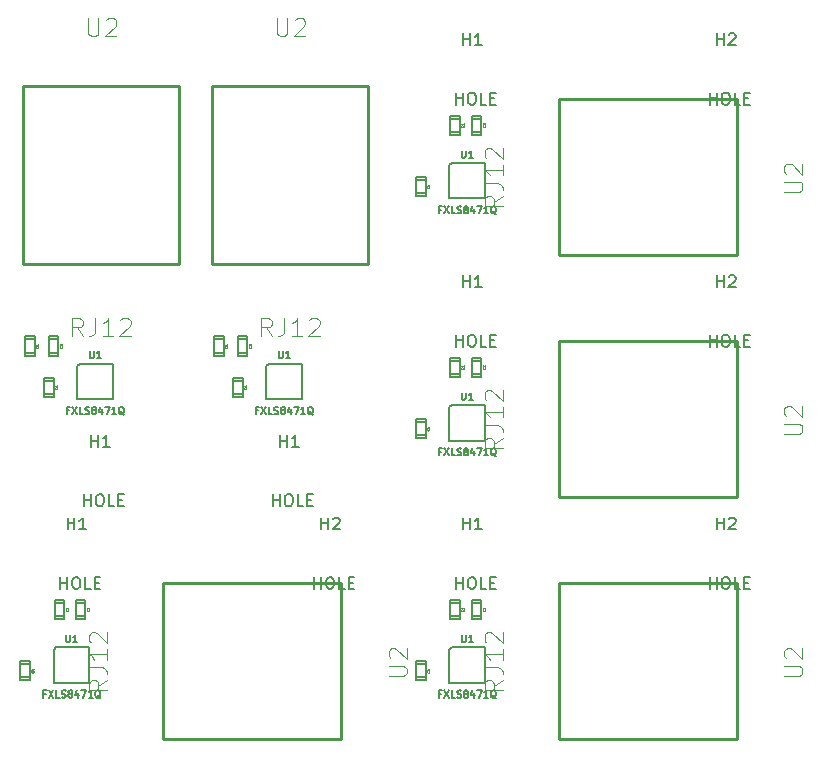
<source format=gto>
G04 (created by PCBNEW (2013-08-24 BZR 4298)-stable) date Sat 14 Jun 2014 03:32:00 PM PDT*
%MOIN*%
G04 Gerber Fmt 3.4, Leading zero omitted, Abs format*
%FSLAX34Y34*%
G01*
G70*
G90*
G04 APERTURE LIST*
%ADD10C,0.005906*%
%ADD11C,0.005900*%
%ADD12C,0.010000*%
%ADD13C,0.005000*%
%ADD14C,0.003900*%
%ADD15C,0.001600*%
G04 APERTURE END LIST*
G54D10*
G54D11*
X30797Y-24212D02*
X31899Y-24212D01*
X30718Y-24291D02*
X30718Y-25393D01*
X30797Y-24212D02*
X30718Y-24291D01*
X31899Y-25393D02*
X30718Y-25393D01*
X31899Y-24212D02*
X31899Y-25393D01*
G54D12*
X28895Y-14944D02*
X34096Y-14944D01*
X34096Y-14944D02*
X34096Y-20881D01*
X34096Y-20881D02*
X28895Y-20881D01*
X28895Y-20881D02*
X28895Y-14944D01*
G54D13*
X29603Y-25220D02*
X29923Y-25220D01*
X29913Y-24780D02*
X29603Y-24780D01*
X29923Y-24680D02*
X29923Y-25320D01*
X29923Y-25320D02*
X29603Y-25320D01*
X29603Y-25320D02*
X29603Y-24680D01*
X29603Y-24680D02*
X29923Y-24680D01*
X29761Y-23842D02*
X30081Y-23842D01*
X30071Y-23402D02*
X29761Y-23402D01*
X30081Y-23302D02*
X30081Y-23942D01*
X30081Y-23942D02*
X29761Y-23942D01*
X29761Y-23942D02*
X29761Y-23302D01*
X29761Y-23302D02*
X30081Y-23302D01*
X28973Y-23842D02*
X29293Y-23842D01*
X29283Y-23402D02*
X28973Y-23402D01*
X29293Y-23302D02*
X29293Y-23942D01*
X29293Y-23942D02*
X28973Y-23942D01*
X28973Y-23942D02*
X28973Y-23302D01*
X28973Y-23302D02*
X29293Y-23302D01*
X22674Y-23842D02*
X22994Y-23842D01*
X22984Y-23402D02*
X22674Y-23402D01*
X22994Y-23302D02*
X22994Y-23942D01*
X22994Y-23942D02*
X22674Y-23942D01*
X22674Y-23942D02*
X22674Y-23302D01*
X22674Y-23302D02*
X22994Y-23302D01*
X23462Y-23842D02*
X23782Y-23842D01*
X23772Y-23402D02*
X23462Y-23402D01*
X23782Y-23302D02*
X23782Y-23942D01*
X23782Y-23942D02*
X23462Y-23942D01*
X23462Y-23942D02*
X23462Y-23302D01*
X23462Y-23302D02*
X23782Y-23302D01*
X23304Y-25220D02*
X23624Y-25220D01*
X23614Y-24780D02*
X23304Y-24780D01*
X23624Y-24680D02*
X23624Y-25320D01*
X23624Y-25320D02*
X23304Y-25320D01*
X23304Y-25320D02*
X23304Y-24680D01*
X23304Y-24680D02*
X23624Y-24680D01*
G54D12*
X22596Y-14944D02*
X27797Y-14944D01*
X27797Y-14944D02*
X27797Y-20881D01*
X27797Y-20881D02*
X22596Y-20881D01*
X22596Y-20881D02*
X22596Y-14944D01*
G54D11*
X24498Y-24212D02*
X25600Y-24212D01*
X24419Y-24291D02*
X24419Y-25393D01*
X24498Y-24212D02*
X24419Y-24291D01*
X25600Y-25393D02*
X24419Y-25393D01*
X25600Y-24212D02*
X25600Y-25393D01*
G54D13*
X23658Y-32621D02*
X23978Y-32621D01*
X23968Y-32181D02*
X23658Y-32181D01*
X23978Y-32081D02*
X23978Y-32721D01*
X23978Y-32721D02*
X23658Y-32721D01*
X23658Y-32721D02*
X23658Y-32081D01*
X23658Y-32081D02*
X23978Y-32081D01*
X24367Y-32621D02*
X24687Y-32621D01*
X24677Y-32181D02*
X24367Y-32181D01*
X24687Y-32081D02*
X24687Y-32721D01*
X24687Y-32721D02*
X24367Y-32721D01*
X24367Y-32721D02*
X24367Y-32081D01*
X24367Y-32081D02*
X24687Y-32081D01*
X22517Y-34668D02*
X22837Y-34668D01*
X22827Y-34228D02*
X22517Y-34228D01*
X22837Y-34128D02*
X22837Y-34768D01*
X22837Y-34768D02*
X22517Y-34768D01*
X22517Y-34768D02*
X22517Y-34128D01*
X22517Y-34128D02*
X22837Y-34128D01*
G54D12*
X33204Y-31533D02*
X33204Y-36734D01*
X33204Y-36734D02*
X27267Y-36734D01*
X27267Y-36734D02*
X27267Y-31533D01*
X27267Y-31533D02*
X33204Y-31533D01*
G54D11*
X23710Y-33661D02*
X24812Y-33661D01*
X23631Y-33740D02*
X23631Y-34842D01*
X23710Y-33661D02*
X23631Y-33740D01*
X24812Y-34842D02*
X23631Y-34842D01*
X24812Y-33661D02*
X24812Y-34842D01*
G54D13*
X36847Y-32621D02*
X37167Y-32621D01*
X37157Y-32181D02*
X36847Y-32181D01*
X37167Y-32081D02*
X37167Y-32721D01*
X37167Y-32721D02*
X36847Y-32721D01*
X36847Y-32721D02*
X36847Y-32081D01*
X36847Y-32081D02*
X37167Y-32081D01*
X37556Y-32621D02*
X37876Y-32621D01*
X37866Y-32181D02*
X37556Y-32181D01*
X37876Y-32081D02*
X37876Y-32721D01*
X37876Y-32721D02*
X37556Y-32721D01*
X37556Y-32721D02*
X37556Y-32081D01*
X37556Y-32081D02*
X37876Y-32081D01*
X35706Y-34668D02*
X36026Y-34668D01*
X36016Y-34228D02*
X35706Y-34228D01*
X36026Y-34128D02*
X36026Y-34768D01*
X36026Y-34768D02*
X35706Y-34768D01*
X35706Y-34768D02*
X35706Y-34128D01*
X35706Y-34128D02*
X36026Y-34128D01*
G54D12*
X46393Y-31533D02*
X46393Y-36734D01*
X46393Y-36734D02*
X40456Y-36734D01*
X40456Y-36734D02*
X40456Y-31533D01*
X40456Y-31533D02*
X46393Y-31533D01*
G54D11*
X36899Y-33661D02*
X38001Y-33661D01*
X36820Y-33740D02*
X36820Y-34842D01*
X36899Y-33661D02*
X36820Y-33740D01*
X38001Y-34842D02*
X36820Y-34842D01*
X38001Y-33661D02*
X38001Y-34842D01*
G54D13*
X36847Y-24550D02*
X37167Y-24550D01*
X37157Y-24110D02*
X36847Y-24110D01*
X37167Y-24010D02*
X37167Y-24650D01*
X37167Y-24650D02*
X36847Y-24650D01*
X36847Y-24650D02*
X36847Y-24010D01*
X36847Y-24010D02*
X37167Y-24010D01*
X37556Y-24550D02*
X37876Y-24550D01*
X37866Y-24110D02*
X37556Y-24110D01*
X37876Y-24010D02*
X37876Y-24650D01*
X37876Y-24650D02*
X37556Y-24650D01*
X37556Y-24650D02*
X37556Y-24010D01*
X37556Y-24010D02*
X37876Y-24010D01*
X35706Y-26597D02*
X36026Y-26597D01*
X36016Y-26157D02*
X35706Y-26157D01*
X36026Y-26057D02*
X36026Y-26697D01*
X36026Y-26697D02*
X35706Y-26697D01*
X35706Y-26697D02*
X35706Y-26057D01*
X35706Y-26057D02*
X36026Y-26057D01*
G54D12*
X46393Y-23462D02*
X46393Y-28663D01*
X46393Y-28663D02*
X40456Y-28663D01*
X40456Y-28663D02*
X40456Y-23462D01*
X40456Y-23462D02*
X46393Y-23462D01*
G54D11*
X36899Y-25590D02*
X38001Y-25590D01*
X36820Y-25669D02*
X36820Y-26771D01*
X36899Y-25590D02*
X36820Y-25669D01*
X38001Y-26771D02*
X36820Y-26771D01*
X38001Y-25590D02*
X38001Y-26771D01*
G54D13*
X36847Y-16479D02*
X37167Y-16479D01*
X37157Y-16039D02*
X36847Y-16039D01*
X37167Y-15939D02*
X37167Y-16579D01*
X37167Y-16579D02*
X36847Y-16579D01*
X36847Y-16579D02*
X36847Y-15939D01*
X36847Y-15939D02*
X37167Y-15939D01*
X37556Y-16479D02*
X37876Y-16479D01*
X37866Y-16039D02*
X37556Y-16039D01*
X37876Y-15939D02*
X37876Y-16579D01*
X37876Y-16579D02*
X37556Y-16579D01*
X37556Y-16579D02*
X37556Y-15939D01*
X37556Y-15939D02*
X37876Y-15939D01*
X35706Y-18527D02*
X36026Y-18527D01*
X36016Y-18087D02*
X35706Y-18087D01*
X36026Y-17987D02*
X36026Y-18627D01*
X36026Y-18627D02*
X35706Y-18627D01*
X35706Y-18627D02*
X35706Y-17987D01*
X35706Y-17987D02*
X36026Y-17987D01*
G54D12*
X46393Y-15391D02*
X46393Y-20592D01*
X46393Y-20592D02*
X40456Y-20592D01*
X40456Y-20592D02*
X40456Y-15391D01*
X40456Y-15391D02*
X46393Y-15391D01*
G54D11*
X36899Y-17519D02*
X38001Y-17519D01*
X36820Y-17598D02*
X36820Y-18700D01*
X36899Y-17519D02*
X36820Y-17598D01*
X38001Y-18700D02*
X36820Y-18700D01*
X38001Y-17519D02*
X38001Y-18700D01*
G54D10*
X31176Y-26979D02*
X31176Y-26585D01*
X31176Y-26773D02*
X31401Y-26773D01*
X31401Y-26979D02*
X31401Y-26585D01*
X31795Y-26979D02*
X31570Y-26979D01*
X31682Y-26979D02*
X31682Y-26585D01*
X31645Y-26641D01*
X31607Y-26679D01*
X31570Y-26698D01*
X30938Y-28957D02*
X30938Y-28563D01*
X30938Y-28751D02*
X31163Y-28751D01*
X31163Y-28957D02*
X31163Y-28563D01*
X31425Y-28563D02*
X31500Y-28563D01*
X31538Y-28582D01*
X31575Y-28620D01*
X31594Y-28695D01*
X31594Y-28826D01*
X31575Y-28901D01*
X31538Y-28938D01*
X31500Y-28957D01*
X31425Y-28957D01*
X31388Y-28938D01*
X31350Y-28901D01*
X31332Y-28826D01*
X31332Y-28695D01*
X31350Y-28620D01*
X31388Y-28582D01*
X31425Y-28563D01*
X31950Y-28957D02*
X31763Y-28957D01*
X31763Y-28563D01*
X32081Y-28751D02*
X32213Y-28751D01*
X32269Y-28957D02*
X32081Y-28957D01*
X32081Y-28563D01*
X32269Y-28563D01*
X31129Y-23799D02*
X31129Y-23991D01*
X31140Y-24013D01*
X31151Y-24024D01*
X31174Y-24035D01*
X31219Y-24035D01*
X31241Y-24024D01*
X31252Y-24013D01*
X31264Y-23991D01*
X31264Y-23799D01*
X31500Y-24035D02*
X31365Y-24035D01*
X31432Y-24035D02*
X31432Y-23799D01*
X31410Y-23833D01*
X31387Y-23856D01*
X31365Y-23867D01*
X30448Y-25766D02*
X30369Y-25766D01*
X30369Y-25890D02*
X30369Y-25654D01*
X30482Y-25654D01*
X30549Y-25654D02*
X30707Y-25890D01*
X30707Y-25654D02*
X30549Y-25890D01*
X30909Y-25890D02*
X30797Y-25890D01*
X30797Y-25654D01*
X30977Y-25879D02*
X31010Y-25890D01*
X31067Y-25890D01*
X31089Y-25879D01*
X31100Y-25867D01*
X31112Y-25845D01*
X31112Y-25822D01*
X31100Y-25800D01*
X31089Y-25789D01*
X31067Y-25777D01*
X31022Y-25766D01*
X30999Y-25755D01*
X30988Y-25744D01*
X30977Y-25721D01*
X30977Y-25699D01*
X30988Y-25676D01*
X30999Y-25665D01*
X31022Y-25654D01*
X31078Y-25654D01*
X31112Y-25665D01*
X31247Y-25755D02*
X31224Y-25744D01*
X31213Y-25732D01*
X31202Y-25710D01*
X31202Y-25699D01*
X31213Y-25676D01*
X31224Y-25665D01*
X31247Y-25654D01*
X31292Y-25654D01*
X31314Y-25665D01*
X31325Y-25676D01*
X31337Y-25699D01*
X31337Y-25710D01*
X31325Y-25732D01*
X31314Y-25744D01*
X31292Y-25755D01*
X31247Y-25755D01*
X31224Y-25766D01*
X31213Y-25777D01*
X31202Y-25800D01*
X31202Y-25845D01*
X31213Y-25867D01*
X31224Y-25879D01*
X31247Y-25890D01*
X31292Y-25890D01*
X31314Y-25879D01*
X31325Y-25867D01*
X31337Y-25845D01*
X31337Y-25800D01*
X31325Y-25777D01*
X31314Y-25766D01*
X31292Y-25755D01*
X31539Y-25732D02*
X31539Y-25890D01*
X31483Y-25642D02*
X31427Y-25811D01*
X31573Y-25811D01*
X31640Y-25654D02*
X31798Y-25654D01*
X31697Y-25890D01*
X32012Y-25890D02*
X31877Y-25890D01*
X31944Y-25890D02*
X31944Y-25654D01*
X31922Y-25687D01*
X31899Y-25710D01*
X31877Y-25721D01*
X32270Y-25912D02*
X32248Y-25901D01*
X32225Y-25879D01*
X32192Y-25845D01*
X32169Y-25834D01*
X32147Y-25834D01*
X32158Y-25890D02*
X32135Y-25879D01*
X32113Y-25856D01*
X32102Y-25811D01*
X32102Y-25732D01*
X32113Y-25687D01*
X32135Y-25665D01*
X32158Y-25654D01*
X32203Y-25654D01*
X32225Y-25665D01*
X32248Y-25687D01*
X32259Y-25732D01*
X32259Y-25811D01*
X32248Y-25856D01*
X32225Y-25879D01*
X32203Y-25890D01*
X32158Y-25890D01*
G54D14*
X31074Y-12695D02*
X31074Y-13180D01*
X31102Y-13237D01*
X31131Y-13266D01*
X31188Y-13295D01*
X31302Y-13295D01*
X31360Y-13266D01*
X31388Y-13237D01*
X31417Y-13180D01*
X31417Y-12695D01*
X31674Y-12752D02*
X31702Y-12723D01*
X31760Y-12695D01*
X31902Y-12695D01*
X31960Y-12723D01*
X31988Y-12752D01*
X32017Y-12809D01*
X32017Y-12866D01*
X31988Y-12952D01*
X31645Y-13295D01*
X32017Y-13295D01*
X30893Y-23287D02*
X30693Y-23001D01*
X30550Y-23287D02*
X30550Y-22687D01*
X30779Y-22687D01*
X30836Y-22715D01*
X30865Y-22744D01*
X30893Y-22801D01*
X30893Y-22887D01*
X30865Y-22944D01*
X30836Y-22972D01*
X30779Y-23001D01*
X30550Y-23001D01*
X31322Y-22687D02*
X31322Y-23115D01*
X31293Y-23201D01*
X31236Y-23258D01*
X31150Y-23287D01*
X31093Y-23287D01*
X31922Y-23287D02*
X31579Y-23287D01*
X31750Y-23287D02*
X31750Y-22687D01*
X31693Y-22772D01*
X31636Y-22830D01*
X31579Y-22858D01*
X32150Y-22744D02*
X32179Y-22715D01*
X32236Y-22687D01*
X32379Y-22687D01*
X32436Y-22715D01*
X32465Y-22744D01*
X32493Y-22801D01*
X32493Y-22858D01*
X32465Y-22944D01*
X32122Y-23287D01*
X32493Y-23287D01*
G54D15*
X30041Y-25013D02*
X30045Y-25016D01*
X30049Y-25028D01*
X30049Y-25035D01*
X30045Y-25047D01*
X30038Y-25054D01*
X30030Y-25058D01*
X30015Y-25062D01*
X30004Y-25062D01*
X29989Y-25058D01*
X29981Y-25054D01*
X29974Y-25047D01*
X29970Y-25035D01*
X29970Y-25028D01*
X29974Y-25016D01*
X29978Y-25013D01*
X29996Y-24945D02*
X30049Y-24945D01*
X29966Y-24964D02*
X30023Y-24983D01*
X30023Y-24934D01*
X30199Y-23635D02*
X30203Y-23638D01*
X30206Y-23650D01*
X30206Y-23657D01*
X30203Y-23669D01*
X30195Y-23676D01*
X30188Y-23680D01*
X30173Y-23684D01*
X30161Y-23684D01*
X30146Y-23680D01*
X30139Y-23676D01*
X30131Y-23669D01*
X30127Y-23657D01*
X30127Y-23650D01*
X30131Y-23638D01*
X30135Y-23635D01*
X30135Y-23605D02*
X30131Y-23601D01*
X30127Y-23593D01*
X30127Y-23575D01*
X30131Y-23567D01*
X30135Y-23563D01*
X30143Y-23559D01*
X30150Y-23559D01*
X30161Y-23563D01*
X30206Y-23608D01*
X30206Y-23559D01*
X29412Y-23635D02*
X29415Y-23638D01*
X29419Y-23650D01*
X29419Y-23657D01*
X29415Y-23669D01*
X29408Y-23676D01*
X29400Y-23680D01*
X29385Y-23684D01*
X29374Y-23684D01*
X29359Y-23680D01*
X29351Y-23676D01*
X29344Y-23669D01*
X29340Y-23657D01*
X29340Y-23650D01*
X29344Y-23638D01*
X29348Y-23635D01*
X29419Y-23559D02*
X29419Y-23605D01*
X29419Y-23582D02*
X29340Y-23582D01*
X29351Y-23590D01*
X29359Y-23597D01*
X29363Y-23605D01*
X23112Y-23635D02*
X23116Y-23638D01*
X23120Y-23650D01*
X23120Y-23657D01*
X23116Y-23669D01*
X23109Y-23676D01*
X23101Y-23680D01*
X23086Y-23684D01*
X23075Y-23684D01*
X23060Y-23680D01*
X23052Y-23676D01*
X23045Y-23669D01*
X23041Y-23657D01*
X23041Y-23650D01*
X23045Y-23638D01*
X23048Y-23635D01*
X23120Y-23559D02*
X23120Y-23605D01*
X23120Y-23582D02*
X23041Y-23582D01*
X23052Y-23590D01*
X23060Y-23597D01*
X23063Y-23605D01*
X23900Y-23635D02*
X23904Y-23638D01*
X23907Y-23650D01*
X23907Y-23657D01*
X23904Y-23669D01*
X23896Y-23676D01*
X23888Y-23680D01*
X23873Y-23684D01*
X23862Y-23684D01*
X23847Y-23680D01*
X23840Y-23676D01*
X23832Y-23669D01*
X23828Y-23657D01*
X23828Y-23650D01*
X23832Y-23638D01*
X23836Y-23635D01*
X23836Y-23605D02*
X23832Y-23601D01*
X23828Y-23593D01*
X23828Y-23575D01*
X23832Y-23567D01*
X23836Y-23563D01*
X23843Y-23559D01*
X23851Y-23559D01*
X23862Y-23563D01*
X23907Y-23608D01*
X23907Y-23559D01*
X23742Y-25013D02*
X23746Y-25016D01*
X23750Y-25028D01*
X23750Y-25035D01*
X23746Y-25047D01*
X23739Y-25054D01*
X23731Y-25058D01*
X23716Y-25062D01*
X23705Y-25062D01*
X23690Y-25058D01*
X23682Y-25054D01*
X23675Y-25047D01*
X23671Y-25035D01*
X23671Y-25028D01*
X23675Y-25016D01*
X23678Y-25013D01*
X23697Y-24945D02*
X23750Y-24945D01*
X23667Y-24964D02*
X23723Y-24983D01*
X23723Y-24934D01*
G54D14*
X24775Y-12695D02*
X24775Y-13180D01*
X24803Y-13237D01*
X24832Y-13266D01*
X24889Y-13295D01*
X25003Y-13295D01*
X25060Y-13266D01*
X25089Y-13237D01*
X25117Y-13180D01*
X25117Y-12695D01*
X25375Y-12752D02*
X25403Y-12723D01*
X25460Y-12695D01*
X25603Y-12695D01*
X25660Y-12723D01*
X25689Y-12752D01*
X25717Y-12809D01*
X25717Y-12866D01*
X25689Y-12952D01*
X25346Y-13295D01*
X25717Y-13295D01*
X24594Y-23287D02*
X24394Y-23001D01*
X24251Y-23287D02*
X24251Y-22687D01*
X24480Y-22687D01*
X24537Y-22715D01*
X24565Y-22744D01*
X24594Y-22801D01*
X24594Y-22887D01*
X24565Y-22944D01*
X24537Y-22972D01*
X24480Y-23001D01*
X24251Y-23001D01*
X25022Y-22687D02*
X25022Y-23115D01*
X24994Y-23201D01*
X24937Y-23258D01*
X24851Y-23287D01*
X24794Y-23287D01*
X25622Y-23287D02*
X25280Y-23287D01*
X25451Y-23287D02*
X25451Y-22687D01*
X25394Y-22772D01*
X25337Y-22830D01*
X25280Y-22858D01*
X25851Y-22744D02*
X25880Y-22715D01*
X25937Y-22687D01*
X26080Y-22687D01*
X26137Y-22715D01*
X26165Y-22744D01*
X26194Y-22801D01*
X26194Y-22858D01*
X26165Y-22944D01*
X25822Y-23287D01*
X26194Y-23287D01*
G54D10*
X24829Y-23799D02*
X24829Y-23991D01*
X24841Y-24013D01*
X24852Y-24024D01*
X24874Y-24035D01*
X24919Y-24035D01*
X24942Y-24024D01*
X24953Y-24013D01*
X24964Y-23991D01*
X24964Y-23799D01*
X25201Y-24035D02*
X25066Y-24035D01*
X25133Y-24035D02*
X25133Y-23799D01*
X25111Y-23833D01*
X25088Y-23856D01*
X25066Y-23867D01*
X24149Y-25766D02*
X24070Y-25766D01*
X24070Y-25890D02*
X24070Y-25654D01*
X24183Y-25654D01*
X24250Y-25654D02*
X24408Y-25890D01*
X24408Y-25654D02*
X24250Y-25890D01*
X24610Y-25890D02*
X24498Y-25890D01*
X24498Y-25654D01*
X24678Y-25879D02*
X24711Y-25890D01*
X24767Y-25890D01*
X24790Y-25879D01*
X24801Y-25867D01*
X24812Y-25845D01*
X24812Y-25822D01*
X24801Y-25800D01*
X24790Y-25789D01*
X24767Y-25777D01*
X24723Y-25766D01*
X24700Y-25755D01*
X24689Y-25744D01*
X24678Y-25721D01*
X24678Y-25699D01*
X24689Y-25676D01*
X24700Y-25665D01*
X24723Y-25654D01*
X24779Y-25654D01*
X24812Y-25665D01*
X24947Y-25755D02*
X24925Y-25744D01*
X24914Y-25732D01*
X24902Y-25710D01*
X24902Y-25699D01*
X24914Y-25676D01*
X24925Y-25665D01*
X24947Y-25654D01*
X24992Y-25654D01*
X25015Y-25665D01*
X25026Y-25676D01*
X25037Y-25699D01*
X25037Y-25710D01*
X25026Y-25732D01*
X25015Y-25744D01*
X24992Y-25755D01*
X24947Y-25755D01*
X24925Y-25766D01*
X24914Y-25777D01*
X24902Y-25800D01*
X24902Y-25845D01*
X24914Y-25867D01*
X24925Y-25879D01*
X24947Y-25890D01*
X24992Y-25890D01*
X25015Y-25879D01*
X25026Y-25867D01*
X25037Y-25845D01*
X25037Y-25800D01*
X25026Y-25777D01*
X25015Y-25766D01*
X24992Y-25755D01*
X25240Y-25732D02*
X25240Y-25890D01*
X25184Y-25642D02*
X25127Y-25811D01*
X25274Y-25811D01*
X25341Y-25654D02*
X25499Y-25654D01*
X25397Y-25890D01*
X25712Y-25890D02*
X25577Y-25890D01*
X25645Y-25890D02*
X25645Y-25654D01*
X25622Y-25687D01*
X25600Y-25710D01*
X25577Y-25721D01*
X25971Y-25912D02*
X25949Y-25901D01*
X25926Y-25879D01*
X25892Y-25845D01*
X25870Y-25834D01*
X25847Y-25834D01*
X25859Y-25890D02*
X25836Y-25879D01*
X25814Y-25856D01*
X25802Y-25811D01*
X25802Y-25732D01*
X25814Y-25687D01*
X25836Y-25665D01*
X25859Y-25654D01*
X25904Y-25654D01*
X25926Y-25665D01*
X25949Y-25687D01*
X25960Y-25732D01*
X25960Y-25811D01*
X25949Y-25856D01*
X25926Y-25879D01*
X25904Y-25890D01*
X25859Y-25890D01*
X24877Y-26979D02*
X24877Y-26585D01*
X24877Y-26773D02*
X25102Y-26773D01*
X25102Y-26979D02*
X25102Y-26585D01*
X25495Y-26979D02*
X25270Y-26979D01*
X25383Y-26979D02*
X25383Y-26585D01*
X25345Y-26641D01*
X25308Y-26679D01*
X25270Y-26698D01*
X24639Y-28957D02*
X24639Y-28563D01*
X24639Y-28751D02*
X24864Y-28751D01*
X24864Y-28957D02*
X24864Y-28563D01*
X25126Y-28563D02*
X25201Y-28563D01*
X25239Y-28582D01*
X25276Y-28620D01*
X25295Y-28695D01*
X25295Y-28826D01*
X25276Y-28901D01*
X25239Y-28938D01*
X25201Y-28957D01*
X25126Y-28957D01*
X25089Y-28938D01*
X25051Y-28901D01*
X25032Y-28826D01*
X25032Y-28695D01*
X25051Y-28620D01*
X25089Y-28582D01*
X25126Y-28563D01*
X25651Y-28957D02*
X25464Y-28957D01*
X25464Y-28563D01*
X25782Y-28751D02*
X25913Y-28751D01*
X25970Y-28957D02*
X25782Y-28957D01*
X25782Y-28563D01*
X25970Y-28563D01*
G54D15*
X24097Y-32414D02*
X24100Y-32418D01*
X24104Y-32429D01*
X24104Y-32437D01*
X24100Y-32448D01*
X24093Y-32456D01*
X24085Y-32459D01*
X24070Y-32463D01*
X24059Y-32463D01*
X24044Y-32459D01*
X24036Y-32456D01*
X24029Y-32448D01*
X24025Y-32437D01*
X24025Y-32429D01*
X24029Y-32418D01*
X24033Y-32414D01*
X24104Y-32339D02*
X24104Y-32384D01*
X24104Y-32362D02*
X24025Y-32362D01*
X24036Y-32369D01*
X24044Y-32377D01*
X24048Y-32384D01*
X24805Y-32414D02*
X24809Y-32418D01*
X24813Y-32429D01*
X24813Y-32437D01*
X24809Y-32448D01*
X24802Y-32456D01*
X24794Y-32459D01*
X24779Y-32463D01*
X24768Y-32463D01*
X24753Y-32459D01*
X24745Y-32456D01*
X24738Y-32448D01*
X24734Y-32437D01*
X24734Y-32429D01*
X24738Y-32418D01*
X24741Y-32414D01*
X24741Y-32384D02*
X24738Y-32380D01*
X24734Y-32373D01*
X24734Y-32354D01*
X24738Y-32347D01*
X24741Y-32343D01*
X24749Y-32339D01*
X24756Y-32339D01*
X24768Y-32343D01*
X24813Y-32388D01*
X24813Y-32339D01*
X22955Y-34461D02*
X22959Y-34465D01*
X22962Y-34477D01*
X22962Y-34484D01*
X22959Y-34495D01*
X22951Y-34503D01*
X22944Y-34507D01*
X22929Y-34510D01*
X22917Y-34510D01*
X22902Y-34507D01*
X22895Y-34503D01*
X22887Y-34495D01*
X22883Y-34484D01*
X22883Y-34477D01*
X22887Y-34465D01*
X22891Y-34461D01*
X22910Y-34394D02*
X22962Y-34394D01*
X22880Y-34413D02*
X22936Y-34431D01*
X22936Y-34382D01*
G54D14*
X34797Y-34626D02*
X35283Y-34626D01*
X35340Y-34597D01*
X35368Y-34569D01*
X35397Y-34512D01*
X35397Y-34397D01*
X35368Y-34340D01*
X35340Y-34312D01*
X35283Y-34283D01*
X34797Y-34283D01*
X34854Y-34026D02*
X34825Y-33997D01*
X34797Y-33940D01*
X34797Y-33797D01*
X34825Y-33740D01*
X34854Y-33712D01*
X34911Y-33683D01*
X34968Y-33683D01*
X35054Y-33712D01*
X35397Y-34055D01*
X35397Y-33683D01*
X25405Y-34759D02*
X25119Y-34959D01*
X25405Y-35102D02*
X24805Y-35102D01*
X24805Y-34874D01*
X24833Y-34817D01*
X24862Y-34788D01*
X24919Y-34759D01*
X25005Y-34759D01*
X25062Y-34788D01*
X25091Y-34817D01*
X25119Y-34874D01*
X25119Y-35102D01*
X24805Y-34331D02*
X25233Y-34331D01*
X25319Y-34359D01*
X25376Y-34417D01*
X25405Y-34502D01*
X25405Y-34559D01*
X25405Y-33731D02*
X25405Y-34074D01*
X25405Y-33902D02*
X24805Y-33902D01*
X24891Y-33959D01*
X24948Y-34017D01*
X24976Y-34074D01*
X24862Y-33502D02*
X24833Y-33474D01*
X24805Y-33417D01*
X24805Y-33274D01*
X24833Y-33217D01*
X24862Y-33188D01*
X24919Y-33159D01*
X24976Y-33159D01*
X25062Y-33188D01*
X25405Y-33531D01*
X25405Y-33159D01*
G54D10*
X24042Y-33248D02*
X24042Y-33439D01*
X24053Y-33462D01*
X24064Y-33473D01*
X24087Y-33484D01*
X24132Y-33484D01*
X24154Y-33473D01*
X24166Y-33462D01*
X24177Y-33439D01*
X24177Y-33248D01*
X24413Y-33484D02*
X24278Y-33484D01*
X24346Y-33484D02*
X24346Y-33248D01*
X24323Y-33282D01*
X24301Y-33304D01*
X24278Y-33316D01*
X23361Y-35215D02*
X23283Y-35215D01*
X23283Y-35339D02*
X23283Y-35102D01*
X23395Y-35102D01*
X23463Y-35102D02*
X23620Y-35339D01*
X23620Y-35102D02*
X23463Y-35339D01*
X23823Y-35339D02*
X23710Y-35339D01*
X23710Y-35102D01*
X23890Y-35327D02*
X23924Y-35339D01*
X23980Y-35339D01*
X24003Y-35327D01*
X24014Y-35316D01*
X24025Y-35294D01*
X24025Y-35271D01*
X24014Y-35249D01*
X24003Y-35237D01*
X23980Y-35226D01*
X23935Y-35215D01*
X23913Y-35204D01*
X23901Y-35192D01*
X23890Y-35170D01*
X23890Y-35147D01*
X23901Y-35125D01*
X23913Y-35114D01*
X23935Y-35102D01*
X23991Y-35102D01*
X24025Y-35114D01*
X24160Y-35204D02*
X24138Y-35192D01*
X24126Y-35181D01*
X24115Y-35159D01*
X24115Y-35147D01*
X24126Y-35125D01*
X24138Y-35114D01*
X24160Y-35102D01*
X24205Y-35102D01*
X24228Y-35114D01*
X24239Y-35125D01*
X24250Y-35147D01*
X24250Y-35159D01*
X24239Y-35181D01*
X24228Y-35192D01*
X24205Y-35204D01*
X24160Y-35204D01*
X24138Y-35215D01*
X24126Y-35226D01*
X24115Y-35249D01*
X24115Y-35294D01*
X24126Y-35316D01*
X24138Y-35327D01*
X24160Y-35339D01*
X24205Y-35339D01*
X24228Y-35327D01*
X24239Y-35316D01*
X24250Y-35294D01*
X24250Y-35249D01*
X24239Y-35226D01*
X24228Y-35215D01*
X24205Y-35204D01*
X24453Y-35181D02*
X24453Y-35339D01*
X24396Y-35091D02*
X24340Y-35260D01*
X24486Y-35260D01*
X24554Y-35102D02*
X24711Y-35102D01*
X24610Y-35339D01*
X24925Y-35339D02*
X24790Y-35339D01*
X24857Y-35339D02*
X24857Y-35102D01*
X24835Y-35136D01*
X24812Y-35159D01*
X24790Y-35170D01*
X25184Y-35361D02*
X25161Y-35350D01*
X25139Y-35327D01*
X25105Y-35294D01*
X25082Y-35282D01*
X25060Y-35282D01*
X25071Y-35339D02*
X25049Y-35327D01*
X25026Y-35305D01*
X25015Y-35260D01*
X25015Y-35181D01*
X25026Y-35136D01*
X25049Y-35114D01*
X25071Y-35102D01*
X25116Y-35102D01*
X25139Y-35114D01*
X25161Y-35136D01*
X25172Y-35181D01*
X25172Y-35260D01*
X25161Y-35305D01*
X25139Y-35327D01*
X25116Y-35339D01*
X25071Y-35339D01*
X24089Y-29735D02*
X24089Y-29341D01*
X24089Y-29528D02*
X24314Y-29528D01*
X24314Y-29735D02*
X24314Y-29341D01*
X24708Y-29735D02*
X24483Y-29735D01*
X24595Y-29735D02*
X24595Y-29341D01*
X24558Y-29397D01*
X24520Y-29435D01*
X24483Y-29453D01*
X23851Y-31713D02*
X23851Y-31319D01*
X23851Y-31507D02*
X24076Y-31507D01*
X24076Y-31713D02*
X24076Y-31319D01*
X24339Y-31319D02*
X24414Y-31319D01*
X24451Y-31338D01*
X24489Y-31376D01*
X24507Y-31451D01*
X24507Y-31582D01*
X24489Y-31657D01*
X24451Y-31694D01*
X24414Y-31713D01*
X24339Y-31713D01*
X24301Y-31694D01*
X24264Y-31657D01*
X24245Y-31582D01*
X24245Y-31451D01*
X24264Y-31376D01*
X24301Y-31338D01*
X24339Y-31319D01*
X24864Y-31713D02*
X24676Y-31713D01*
X24676Y-31319D01*
X24995Y-31507D02*
X25126Y-31507D01*
X25182Y-31713D02*
X24995Y-31713D01*
X24995Y-31319D01*
X25182Y-31319D01*
X32554Y-29735D02*
X32554Y-29341D01*
X32554Y-29528D02*
X32779Y-29528D01*
X32779Y-29735D02*
X32779Y-29341D01*
X32948Y-29378D02*
X32966Y-29360D01*
X33004Y-29341D01*
X33098Y-29341D01*
X33135Y-29360D01*
X33154Y-29378D01*
X33173Y-29416D01*
X33173Y-29453D01*
X33154Y-29510D01*
X32929Y-29735D01*
X33173Y-29735D01*
X32316Y-31713D02*
X32316Y-31319D01*
X32316Y-31507D02*
X32541Y-31507D01*
X32541Y-31713D02*
X32541Y-31319D01*
X32803Y-31319D02*
X32878Y-31319D01*
X32916Y-31338D01*
X32953Y-31376D01*
X32972Y-31451D01*
X32972Y-31582D01*
X32953Y-31657D01*
X32916Y-31694D01*
X32878Y-31713D01*
X32803Y-31713D01*
X32766Y-31694D01*
X32728Y-31657D01*
X32709Y-31582D01*
X32709Y-31451D01*
X32728Y-31376D01*
X32766Y-31338D01*
X32803Y-31319D01*
X33328Y-31713D02*
X33141Y-31713D01*
X33141Y-31319D01*
X33459Y-31507D02*
X33591Y-31507D01*
X33647Y-31713D02*
X33459Y-31713D01*
X33459Y-31319D01*
X33647Y-31319D01*
G54D15*
X37286Y-32414D02*
X37289Y-32418D01*
X37293Y-32429D01*
X37293Y-32437D01*
X37289Y-32448D01*
X37282Y-32456D01*
X37274Y-32459D01*
X37259Y-32463D01*
X37248Y-32463D01*
X37233Y-32459D01*
X37225Y-32456D01*
X37218Y-32448D01*
X37214Y-32437D01*
X37214Y-32429D01*
X37218Y-32418D01*
X37222Y-32414D01*
X37293Y-32339D02*
X37293Y-32384D01*
X37293Y-32362D02*
X37214Y-32362D01*
X37225Y-32369D01*
X37233Y-32377D01*
X37237Y-32384D01*
X37994Y-32414D02*
X37998Y-32418D01*
X38002Y-32429D01*
X38002Y-32437D01*
X37998Y-32448D01*
X37990Y-32456D01*
X37983Y-32459D01*
X37968Y-32463D01*
X37957Y-32463D01*
X37942Y-32459D01*
X37934Y-32456D01*
X37927Y-32448D01*
X37923Y-32437D01*
X37923Y-32429D01*
X37927Y-32418D01*
X37930Y-32414D01*
X37930Y-32384D02*
X37927Y-32380D01*
X37923Y-32373D01*
X37923Y-32354D01*
X37927Y-32347D01*
X37930Y-32343D01*
X37938Y-32339D01*
X37945Y-32339D01*
X37957Y-32343D01*
X38002Y-32388D01*
X38002Y-32339D01*
X36144Y-34461D02*
X36148Y-34465D01*
X36151Y-34477D01*
X36151Y-34484D01*
X36148Y-34495D01*
X36140Y-34503D01*
X36133Y-34507D01*
X36118Y-34510D01*
X36106Y-34510D01*
X36091Y-34507D01*
X36084Y-34503D01*
X36076Y-34495D01*
X36072Y-34484D01*
X36072Y-34477D01*
X36076Y-34465D01*
X36080Y-34461D01*
X36099Y-34394D02*
X36151Y-34394D01*
X36069Y-34413D02*
X36125Y-34431D01*
X36125Y-34382D01*
G54D14*
X47986Y-34626D02*
X48472Y-34626D01*
X48529Y-34597D01*
X48557Y-34569D01*
X48586Y-34512D01*
X48586Y-34397D01*
X48557Y-34340D01*
X48529Y-34312D01*
X48472Y-34283D01*
X47986Y-34283D01*
X48043Y-34026D02*
X48014Y-33997D01*
X47986Y-33940D01*
X47986Y-33797D01*
X48014Y-33740D01*
X48043Y-33712D01*
X48100Y-33683D01*
X48157Y-33683D01*
X48243Y-33712D01*
X48586Y-34055D01*
X48586Y-33683D01*
X38594Y-34759D02*
X38308Y-34959D01*
X38594Y-35102D02*
X37994Y-35102D01*
X37994Y-34874D01*
X38022Y-34817D01*
X38051Y-34788D01*
X38108Y-34759D01*
X38194Y-34759D01*
X38251Y-34788D01*
X38279Y-34817D01*
X38308Y-34874D01*
X38308Y-35102D01*
X37994Y-34331D02*
X38422Y-34331D01*
X38508Y-34359D01*
X38565Y-34417D01*
X38594Y-34502D01*
X38594Y-34559D01*
X38594Y-33731D02*
X38594Y-34074D01*
X38594Y-33902D02*
X37994Y-33902D01*
X38079Y-33959D01*
X38137Y-34017D01*
X38165Y-34074D01*
X38051Y-33502D02*
X38022Y-33474D01*
X37994Y-33417D01*
X37994Y-33274D01*
X38022Y-33217D01*
X38051Y-33188D01*
X38108Y-33159D01*
X38165Y-33159D01*
X38251Y-33188D01*
X38594Y-33531D01*
X38594Y-33159D01*
G54D10*
X37231Y-33248D02*
X37231Y-33439D01*
X37242Y-33462D01*
X37253Y-33473D01*
X37276Y-33484D01*
X37321Y-33484D01*
X37343Y-33473D01*
X37355Y-33462D01*
X37366Y-33439D01*
X37366Y-33248D01*
X37602Y-33484D02*
X37467Y-33484D01*
X37535Y-33484D02*
X37535Y-33248D01*
X37512Y-33282D01*
X37490Y-33304D01*
X37467Y-33316D01*
X36550Y-35215D02*
X36472Y-35215D01*
X36472Y-35339D02*
X36472Y-35102D01*
X36584Y-35102D01*
X36652Y-35102D02*
X36809Y-35339D01*
X36809Y-35102D02*
X36652Y-35339D01*
X37012Y-35339D02*
X36899Y-35339D01*
X36899Y-35102D01*
X37079Y-35327D02*
X37113Y-35339D01*
X37169Y-35339D01*
X37192Y-35327D01*
X37203Y-35316D01*
X37214Y-35294D01*
X37214Y-35271D01*
X37203Y-35249D01*
X37192Y-35237D01*
X37169Y-35226D01*
X37124Y-35215D01*
X37102Y-35204D01*
X37090Y-35192D01*
X37079Y-35170D01*
X37079Y-35147D01*
X37090Y-35125D01*
X37102Y-35114D01*
X37124Y-35102D01*
X37180Y-35102D01*
X37214Y-35114D01*
X37349Y-35204D02*
X37327Y-35192D01*
X37315Y-35181D01*
X37304Y-35159D01*
X37304Y-35147D01*
X37315Y-35125D01*
X37327Y-35114D01*
X37349Y-35102D01*
X37394Y-35102D01*
X37417Y-35114D01*
X37428Y-35125D01*
X37439Y-35147D01*
X37439Y-35159D01*
X37428Y-35181D01*
X37417Y-35192D01*
X37394Y-35204D01*
X37349Y-35204D01*
X37327Y-35215D01*
X37315Y-35226D01*
X37304Y-35249D01*
X37304Y-35294D01*
X37315Y-35316D01*
X37327Y-35327D01*
X37349Y-35339D01*
X37394Y-35339D01*
X37417Y-35327D01*
X37428Y-35316D01*
X37439Y-35294D01*
X37439Y-35249D01*
X37428Y-35226D01*
X37417Y-35215D01*
X37394Y-35204D01*
X37642Y-35181D02*
X37642Y-35339D01*
X37585Y-35091D02*
X37529Y-35260D01*
X37675Y-35260D01*
X37743Y-35102D02*
X37900Y-35102D01*
X37799Y-35339D01*
X38114Y-35339D02*
X37979Y-35339D01*
X38046Y-35339D02*
X38046Y-35102D01*
X38024Y-35136D01*
X38001Y-35159D01*
X37979Y-35170D01*
X38373Y-35361D02*
X38350Y-35350D01*
X38328Y-35327D01*
X38294Y-35294D01*
X38271Y-35282D01*
X38249Y-35282D01*
X38260Y-35339D02*
X38238Y-35327D01*
X38215Y-35305D01*
X38204Y-35260D01*
X38204Y-35181D01*
X38215Y-35136D01*
X38238Y-35114D01*
X38260Y-35102D01*
X38305Y-35102D01*
X38328Y-35114D01*
X38350Y-35136D01*
X38361Y-35181D01*
X38361Y-35260D01*
X38350Y-35305D01*
X38328Y-35327D01*
X38305Y-35339D01*
X38260Y-35339D01*
X37278Y-29735D02*
X37278Y-29341D01*
X37278Y-29528D02*
X37503Y-29528D01*
X37503Y-29735D02*
X37503Y-29341D01*
X37897Y-29735D02*
X37672Y-29735D01*
X37784Y-29735D02*
X37784Y-29341D01*
X37747Y-29397D01*
X37709Y-29435D01*
X37672Y-29453D01*
X37040Y-31713D02*
X37040Y-31319D01*
X37040Y-31507D02*
X37265Y-31507D01*
X37265Y-31713D02*
X37265Y-31319D01*
X37528Y-31319D02*
X37603Y-31319D01*
X37640Y-31338D01*
X37678Y-31376D01*
X37696Y-31451D01*
X37696Y-31582D01*
X37678Y-31657D01*
X37640Y-31694D01*
X37603Y-31713D01*
X37528Y-31713D01*
X37490Y-31694D01*
X37453Y-31657D01*
X37434Y-31582D01*
X37434Y-31451D01*
X37453Y-31376D01*
X37490Y-31338D01*
X37528Y-31319D01*
X38053Y-31713D02*
X37865Y-31713D01*
X37865Y-31319D01*
X38184Y-31507D02*
X38315Y-31507D01*
X38371Y-31713D02*
X38184Y-31713D01*
X38184Y-31319D01*
X38371Y-31319D01*
X45743Y-29735D02*
X45743Y-29341D01*
X45743Y-29528D02*
X45968Y-29528D01*
X45968Y-29735D02*
X45968Y-29341D01*
X46137Y-29378D02*
X46155Y-29360D01*
X46193Y-29341D01*
X46287Y-29341D01*
X46324Y-29360D01*
X46343Y-29378D01*
X46362Y-29416D01*
X46362Y-29453D01*
X46343Y-29510D01*
X46118Y-29735D01*
X46362Y-29735D01*
X45505Y-31713D02*
X45505Y-31319D01*
X45505Y-31507D02*
X45730Y-31507D01*
X45730Y-31713D02*
X45730Y-31319D01*
X45992Y-31319D02*
X46067Y-31319D01*
X46105Y-31338D01*
X46142Y-31376D01*
X46161Y-31451D01*
X46161Y-31582D01*
X46142Y-31657D01*
X46105Y-31694D01*
X46067Y-31713D01*
X45992Y-31713D01*
X45955Y-31694D01*
X45917Y-31657D01*
X45898Y-31582D01*
X45898Y-31451D01*
X45917Y-31376D01*
X45955Y-31338D01*
X45992Y-31319D01*
X46517Y-31713D02*
X46330Y-31713D01*
X46330Y-31319D01*
X46648Y-31507D02*
X46780Y-31507D01*
X46836Y-31713D02*
X46648Y-31713D01*
X46648Y-31319D01*
X46836Y-31319D01*
G54D15*
X37286Y-24343D02*
X37289Y-24347D01*
X37293Y-24358D01*
X37293Y-24366D01*
X37289Y-24377D01*
X37282Y-24385D01*
X37274Y-24389D01*
X37259Y-24392D01*
X37248Y-24392D01*
X37233Y-24389D01*
X37225Y-24385D01*
X37218Y-24377D01*
X37214Y-24366D01*
X37214Y-24358D01*
X37218Y-24347D01*
X37222Y-24343D01*
X37293Y-24268D02*
X37293Y-24313D01*
X37293Y-24291D02*
X37214Y-24291D01*
X37225Y-24298D01*
X37233Y-24306D01*
X37237Y-24313D01*
X37994Y-24343D02*
X37998Y-24347D01*
X38002Y-24358D01*
X38002Y-24366D01*
X37998Y-24377D01*
X37990Y-24385D01*
X37983Y-24389D01*
X37968Y-24392D01*
X37957Y-24392D01*
X37942Y-24389D01*
X37934Y-24385D01*
X37927Y-24377D01*
X37923Y-24366D01*
X37923Y-24358D01*
X37927Y-24347D01*
X37930Y-24343D01*
X37930Y-24313D02*
X37927Y-24310D01*
X37923Y-24302D01*
X37923Y-24283D01*
X37927Y-24276D01*
X37930Y-24272D01*
X37938Y-24268D01*
X37945Y-24268D01*
X37957Y-24272D01*
X38002Y-24317D01*
X38002Y-24268D01*
X36144Y-26391D02*
X36148Y-26394D01*
X36151Y-26406D01*
X36151Y-26413D01*
X36148Y-26424D01*
X36140Y-26432D01*
X36133Y-26436D01*
X36118Y-26440D01*
X36106Y-26440D01*
X36091Y-26436D01*
X36084Y-26432D01*
X36076Y-26424D01*
X36072Y-26413D01*
X36072Y-26406D01*
X36076Y-26394D01*
X36080Y-26391D01*
X36099Y-26323D02*
X36151Y-26323D01*
X36069Y-26342D02*
X36125Y-26361D01*
X36125Y-26312D01*
G54D14*
X47986Y-26555D02*
X48472Y-26555D01*
X48529Y-26526D01*
X48557Y-26498D01*
X48586Y-26441D01*
X48586Y-26326D01*
X48557Y-26269D01*
X48529Y-26241D01*
X48472Y-26212D01*
X47986Y-26212D01*
X48043Y-25955D02*
X48014Y-25926D01*
X47986Y-25869D01*
X47986Y-25726D01*
X48014Y-25669D01*
X48043Y-25641D01*
X48100Y-25612D01*
X48157Y-25612D01*
X48243Y-25641D01*
X48586Y-25984D01*
X48586Y-25612D01*
X38594Y-26689D02*
X38308Y-26889D01*
X38594Y-27031D02*
X37994Y-27031D01*
X37994Y-26803D01*
X38022Y-26746D01*
X38051Y-26717D01*
X38108Y-26689D01*
X38194Y-26689D01*
X38251Y-26717D01*
X38279Y-26746D01*
X38308Y-26803D01*
X38308Y-27031D01*
X37994Y-26260D02*
X38422Y-26260D01*
X38508Y-26289D01*
X38565Y-26346D01*
X38594Y-26431D01*
X38594Y-26489D01*
X38594Y-25660D02*
X38594Y-26003D01*
X38594Y-25831D02*
X37994Y-25831D01*
X38079Y-25889D01*
X38137Y-25946D01*
X38165Y-26003D01*
X38051Y-25431D02*
X38022Y-25403D01*
X37994Y-25346D01*
X37994Y-25203D01*
X38022Y-25146D01*
X38051Y-25117D01*
X38108Y-25089D01*
X38165Y-25089D01*
X38251Y-25117D01*
X38594Y-25460D01*
X38594Y-25089D01*
G54D10*
X37231Y-25177D02*
X37231Y-25368D01*
X37242Y-25391D01*
X37253Y-25402D01*
X37276Y-25413D01*
X37321Y-25413D01*
X37343Y-25402D01*
X37355Y-25391D01*
X37366Y-25368D01*
X37366Y-25177D01*
X37602Y-25413D02*
X37467Y-25413D01*
X37535Y-25413D02*
X37535Y-25177D01*
X37512Y-25211D01*
X37490Y-25233D01*
X37467Y-25245D01*
X36550Y-27144D02*
X36472Y-27144D01*
X36472Y-27268D02*
X36472Y-27032D01*
X36584Y-27032D01*
X36652Y-27032D02*
X36809Y-27268D01*
X36809Y-27032D02*
X36652Y-27268D01*
X37012Y-27268D02*
X36899Y-27268D01*
X36899Y-27032D01*
X37079Y-27257D02*
X37113Y-27268D01*
X37169Y-27268D01*
X37192Y-27257D01*
X37203Y-27245D01*
X37214Y-27223D01*
X37214Y-27200D01*
X37203Y-27178D01*
X37192Y-27167D01*
X37169Y-27155D01*
X37124Y-27144D01*
X37102Y-27133D01*
X37090Y-27122D01*
X37079Y-27099D01*
X37079Y-27077D01*
X37090Y-27054D01*
X37102Y-27043D01*
X37124Y-27032D01*
X37180Y-27032D01*
X37214Y-27043D01*
X37349Y-27133D02*
X37327Y-27122D01*
X37315Y-27110D01*
X37304Y-27088D01*
X37304Y-27077D01*
X37315Y-27054D01*
X37327Y-27043D01*
X37349Y-27032D01*
X37394Y-27032D01*
X37417Y-27043D01*
X37428Y-27054D01*
X37439Y-27077D01*
X37439Y-27088D01*
X37428Y-27110D01*
X37417Y-27122D01*
X37394Y-27133D01*
X37349Y-27133D01*
X37327Y-27144D01*
X37315Y-27155D01*
X37304Y-27178D01*
X37304Y-27223D01*
X37315Y-27245D01*
X37327Y-27257D01*
X37349Y-27268D01*
X37394Y-27268D01*
X37417Y-27257D01*
X37428Y-27245D01*
X37439Y-27223D01*
X37439Y-27178D01*
X37428Y-27155D01*
X37417Y-27144D01*
X37394Y-27133D01*
X37642Y-27110D02*
X37642Y-27268D01*
X37585Y-27020D02*
X37529Y-27189D01*
X37675Y-27189D01*
X37743Y-27032D02*
X37900Y-27032D01*
X37799Y-27268D01*
X38114Y-27268D02*
X37979Y-27268D01*
X38046Y-27268D02*
X38046Y-27032D01*
X38024Y-27065D01*
X38001Y-27088D01*
X37979Y-27099D01*
X38373Y-27290D02*
X38350Y-27279D01*
X38328Y-27257D01*
X38294Y-27223D01*
X38271Y-27212D01*
X38249Y-27212D01*
X38260Y-27268D02*
X38238Y-27257D01*
X38215Y-27234D01*
X38204Y-27189D01*
X38204Y-27110D01*
X38215Y-27065D01*
X38238Y-27043D01*
X38260Y-27032D01*
X38305Y-27032D01*
X38328Y-27043D01*
X38350Y-27065D01*
X38361Y-27110D01*
X38361Y-27189D01*
X38350Y-27234D01*
X38328Y-27257D01*
X38305Y-27268D01*
X38260Y-27268D01*
X37278Y-21664D02*
X37278Y-21270D01*
X37278Y-21458D02*
X37503Y-21458D01*
X37503Y-21664D02*
X37503Y-21270D01*
X37897Y-21664D02*
X37672Y-21664D01*
X37784Y-21664D02*
X37784Y-21270D01*
X37747Y-21326D01*
X37709Y-21364D01*
X37672Y-21383D01*
X37040Y-23642D02*
X37040Y-23248D01*
X37040Y-23436D02*
X37265Y-23436D01*
X37265Y-23642D02*
X37265Y-23248D01*
X37528Y-23248D02*
X37603Y-23248D01*
X37640Y-23267D01*
X37678Y-23305D01*
X37696Y-23380D01*
X37696Y-23511D01*
X37678Y-23586D01*
X37640Y-23623D01*
X37603Y-23642D01*
X37528Y-23642D01*
X37490Y-23623D01*
X37453Y-23586D01*
X37434Y-23511D01*
X37434Y-23380D01*
X37453Y-23305D01*
X37490Y-23267D01*
X37528Y-23248D01*
X38053Y-23642D02*
X37865Y-23642D01*
X37865Y-23248D01*
X38184Y-23436D02*
X38315Y-23436D01*
X38371Y-23642D02*
X38184Y-23642D01*
X38184Y-23248D01*
X38371Y-23248D01*
X45743Y-21664D02*
X45743Y-21270D01*
X45743Y-21458D02*
X45968Y-21458D01*
X45968Y-21664D02*
X45968Y-21270D01*
X46137Y-21308D02*
X46155Y-21289D01*
X46193Y-21270D01*
X46287Y-21270D01*
X46324Y-21289D01*
X46343Y-21308D01*
X46362Y-21345D01*
X46362Y-21383D01*
X46343Y-21439D01*
X46118Y-21664D01*
X46362Y-21664D01*
X45505Y-23642D02*
X45505Y-23248D01*
X45505Y-23436D02*
X45730Y-23436D01*
X45730Y-23642D02*
X45730Y-23248D01*
X45992Y-23248D02*
X46067Y-23248D01*
X46105Y-23267D01*
X46142Y-23305D01*
X46161Y-23380D01*
X46161Y-23511D01*
X46142Y-23586D01*
X46105Y-23623D01*
X46067Y-23642D01*
X45992Y-23642D01*
X45955Y-23623D01*
X45917Y-23586D01*
X45898Y-23511D01*
X45898Y-23380D01*
X45917Y-23305D01*
X45955Y-23267D01*
X45992Y-23248D01*
X46517Y-23642D02*
X46330Y-23642D01*
X46330Y-23248D01*
X46648Y-23436D02*
X46780Y-23436D01*
X46836Y-23642D02*
X46648Y-23642D01*
X46648Y-23248D01*
X46836Y-23248D01*
G54D15*
X37286Y-16273D02*
X37289Y-16276D01*
X37293Y-16288D01*
X37293Y-16295D01*
X37289Y-16306D01*
X37282Y-16314D01*
X37274Y-16318D01*
X37259Y-16321D01*
X37248Y-16321D01*
X37233Y-16318D01*
X37225Y-16314D01*
X37218Y-16306D01*
X37214Y-16295D01*
X37214Y-16288D01*
X37218Y-16276D01*
X37222Y-16273D01*
X37293Y-16197D02*
X37293Y-16242D01*
X37293Y-16220D02*
X37214Y-16220D01*
X37225Y-16227D01*
X37233Y-16235D01*
X37237Y-16242D01*
X37994Y-16273D02*
X37998Y-16276D01*
X38002Y-16288D01*
X38002Y-16295D01*
X37998Y-16306D01*
X37990Y-16314D01*
X37983Y-16318D01*
X37968Y-16321D01*
X37957Y-16321D01*
X37942Y-16318D01*
X37934Y-16314D01*
X37927Y-16306D01*
X37923Y-16295D01*
X37923Y-16288D01*
X37927Y-16276D01*
X37930Y-16273D01*
X37930Y-16242D02*
X37927Y-16239D01*
X37923Y-16231D01*
X37923Y-16212D01*
X37927Y-16205D01*
X37930Y-16201D01*
X37938Y-16197D01*
X37945Y-16197D01*
X37957Y-16201D01*
X38002Y-16246D01*
X38002Y-16197D01*
X36144Y-18320D02*
X36148Y-18324D01*
X36151Y-18335D01*
X36151Y-18342D01*
X36148Y-18354D01*
X36140Y-18361D01*
X36133Y-18365D01*
X36118Y-18369D01*
X36106Y-18369D01*
X36091Y-18365D01*
X36084Y-18361D01*
X36076Y-18354D01*
X36072Y-18342D01*
X36072Y-18335D01*
X36076Y-18324D01*
X36080Y-18320D01*
X36099Y-18252D02*
X36151Y-18252D01*
X36069Y-18271D02*
X36125Y-18290D01*
X36125Y-18241D01*
G54D14*
X47986Y-18484D02*
X48472Y-18484D01*
X48529Y-18456D01*
X48557Y-18427D01*
X48586Y-18370D01*
X48586Y-18256D01*
X48557Y-18198D01*
X48529Y-18170D01*
X48472Y-18141D01*
X47986Y-18141D01*
X48043Y-17884D02*
X48014Y-17856D01*
X47986Y-17798D01*
X47986Y-17656D01*
X48014Y-17598D01*
X48043Y-17570D01*
X48100Y-17541D01*
X48157Y-17541D01*
X48243Y-17570D01*
X48586Y-17913D01*
X48586Y-17541D01*
X38594Y-18618D02*
X38308Y-18818D01*
X38594Y-18961D02*
X37994Y-18961D01*
X37994Y-18732D01*
X38022Y-18675D01*
X38051Y-18646D01*
X38108Y-18618D01*
X38194Y-18618D01*
X38251Y-18646D01*
X38279Y-18675D01*
X38308Y-18732D01*
X38308Y-18961D01*
X37994Y-18189D02*
X38422Y-18189D01*
X38508Y-18218D01*
X38565Y-18275D01*
X38594Y-18361D01*
X38594Y-18418D01*
X38594Y-17589D02*
X38594Y-17932D01*
X38594Y-17761D02*
X37994Y-17761D01*
X38079Y-17818D01*
X38137Y-17875D01*
X38165Y-17932D01*
X38051Y-17361D02*
X38022Y-17332D01*
X37994Y-17275D01*
X37994Y-17132D01*
X38022Y-17075D01*
X38051Y-17046D01*
X38108Y-17018D01*
X38165Y-17018D01*
X38251Y-17046D01*
X38594Y-17389D01*
X38594Y-17018D01*
G54D10*
X37231Y-17106D02*
X37231Y-17298D01*
X37242Y-17320D01*
X37253Y-17331D01*
X37276Y-17343D01*
X37321Y-17343D01*
X37343Y-17331D01*
X37355Y-17320D01*
X37366Y-17298D01*
X37366Y-17106D01*
X37602Y-17343D02*
X37467Y-17343D01*
X37535Y-17343D02*
X37535Y-17106D01*
X37512Y-17140D01*
X37490Y-17163D01*
X37467Y-17174D01*
X36550Y-19073D02*
X36472Y-19073D01*
X36472Y-19197D02*
X36472Y-18961D01*
X36584Y-18961D01*
X36652Y-18961D02*
X36809Y-19197D01*
X36809Y-18961D02*
X36652Y-19197D01*
X37012Y-19197D02*
X36899Y-19197D01*
X36899Y-18961D01*
X37079Y-19186D02*
X37113Y-19197D01*
X37169Y-19197D01*
X37192Y-19186D01*
X37203Y-19174D01*
X37214Y-19152D01*
X37214Y-19129D01*
X37203Y-19107D01*
X37192Y-19096D01*
X37169Y-19084D01*
X37124Y-19073D01*
X37102Y-19062D01*
X37090Y-19051D01*
X37079Y-19028D01*
X37079Y-19006D01*
X37090Y-18983D01*
X37102Y-18972D01*
X37124Y-18961D01*
X37180Y-18961D01*
X37214Y-18972D01*
X37349Y-19062D02*
X37327Y-19051D01*
X37315Y-19039D01*
X37304Y-19017D01*
X37304Y-19006D01*
X37315Y-18983D01*
X37327Y-18972D01*
X37349Y-18961D01*
X37394Y-18961D01*
X37417Y-18972D01*
X37428Y-18983D01*
X37439Y-19006D01*
X37439Y-19017D01*
X37428Y-19039D01*
X37417Y-19051D01*
X37394Y-19062D01*
X37349Y-19062D01*
X37327Y-19073D01*
X37315Y-19084D01*
X37304Y-19107D01*
X37304Y-19152D01*
X37315Y-19174D01*
X37327Y-19186D01*
X37349Y-19197D01*
X37394Y-19197D01*
X37417Y-19186D01*
X37428Y-19174D01*
X37439Y-19152D01*
X37439Y-19107D01*
X37428Y-19084D01*
X37417Y-19073D01*
X37394Y-19062D01*
X37642Y-19039D02*
X37642Y-19197D01*
X37585Y-18949D02*
X37529Y-19118D01*
X37675Y-19118D01*
X37743Y-18961D02*
X37900Y-18961D01*
X37799Y-19197D01*
X38114Y-19197D02*
X37979Y-19197D01*
X38046Y-19197D02*
X38046Y-18961D01*
X38024Y-18994D01*
X38001Y-19017D01*
X37979Y-19028D01*
X38373Y-19219D02*
X38350Y-19208D01*
X38328Y-19186D01*
X38294Y-19152D01*
X38271Y-19141D01*
X38249Y-19141D01*
X38260Y-19197D02*
X38238Y-19186D01*
X38215Y-19163D01*
X38204Y-19118D01*
X38204Y-19039D01*
X38215Y-18994D01*
X38238Y-18972D01*
X38260Y-18961D01*
X38305Y-18961D01*
X38328Y-18972D01*
X38350Y-18994D01*
X38361Y-19039D01*
X38361Y-19118D01*
X38350Y-19163D01*
X38328Y-19186D01*
X38305Y-19197D01*
X38260Y-19197D01*
X37278Y-13593D02*
X37278Y-13199D01*
X37278Y-13387D02*
X37503Y-13387D01*
X37503Y-13593D02*
X37503Y-13199D01*
X37897Y-13593D02*
X37672Y-13593D01*
X37784Y-13593D02*
X37784Y-13199D01*
X37747Y-13255D01*
X37709Y-13293D01*
X37672Y-13312D01*
X37040Y-15571D02*
X37040Y-15178D01*
X37040Y-15365D02*
X37265Y-15365D01*
X37265Y-15571D02*
X37265Y-15178D01*
X37528Y-15178D02*
X37603Y-15178D01*
X37640Y-15196D01*
X37678Y-15234D01*
X37696Y-15309D01*
X37696Y-15440D01*
X37678Y-15515D01*
X37640Y-15553D01*
X37603Y-15571D01*
X37528Y-15571D01*
X37490Y-15553D01*
X37453Y-15515D01*
X37434Y-15440D01*
X37434Y-15309D01*
X37453Y-15234D01*
X37490Y-15196D01*
X37528Y-15178D01*
X38053Y-15571D02*
X37865Y-15571D01*
X37865Y-15178D01*
X38184Y-15365D02*
X38315Y-15365D01*
X38371Y-15571D02*
X38184Y-15571D01*
X38184Y-15178D01*
X38371Y-15178D01*
X45743Y-13593D02*
X45743Y-13199D01*
X45743Y-13387D02*
X45968Y-13387D01*
X45968Y-13593D02*
X45968Y-13199D01*
X46137Y-13237D02*
X46155Y-13218D01*
X46193Y-13199D01*
X46287Y-13199D01*
X46324Y-13218D01*
X46343Y-13237D01*
X46362Y-13274D01*
X46362Y-13312D01*
X46343Y-13368D01*
X46118Y-13593D01*
X46362Y-13593D01*
X45505Y-15571D02*
X45505Y-15178D01*
X45505Y-15365D02*
X45730Y-15365D01*
X45730Y-15571D02*
X45730Y-15178D01*
X45992Y-15178D02*
X46067Y-15178D01*
X46105Y-15196D01*
X46142Y-15234D01*
X46161Y-15309D01*
X46161Y-15440D01*
X46142Y-15515D01*
X46105Y-15553D01*
X46067Y-15571D01*
X45992Y-15571D01*
X45955Y-15553D01*
X45917Y-15515D01*
X45898Y-15440D01*
X45898Y-15309D01*
X45917Y-15234D01*
X45955Y-15196D01*
X45992Y-15178D01*
X46517Y-15571D02*
X46330Y-15571D01*
X46330Y-15178D01*
X46648Y-15365D02*
X46780Y-15365D01*
X46836Y-15571D02*
X46648Y-15571D01*
X46648Y-15178D01*
X46836Y-15178D01*
M02*

</source>
